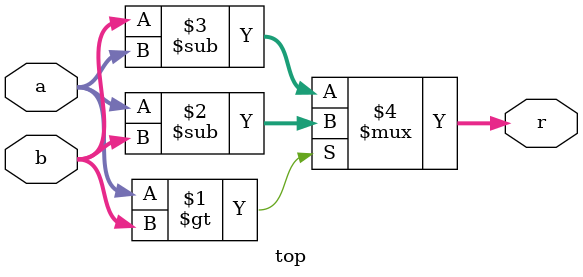
<source format=v>
module top (a,b,r);
input [9:0] a,b;
output [9:0] r;

assign r = (a>b) ? (a-b) : (b-a);

endmodule

</source>
